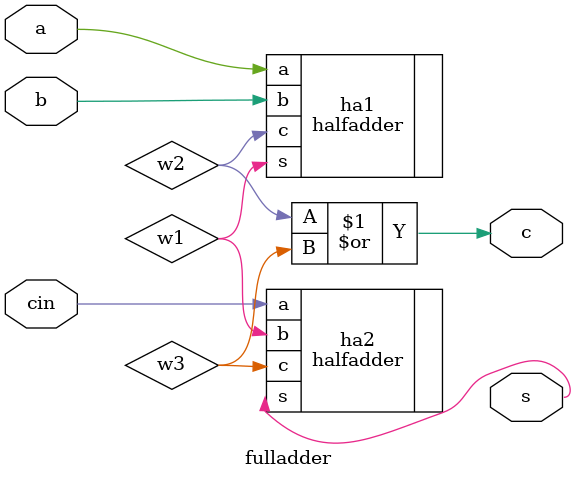
<source format=sv>
`timescale 1ns / 1ps


module fulladder(

input logic a,
input logic b,
input logic cin,
output logic c,
output logic s

);
logic w1 ,w2,w3;

// using my previous half adder
halfadder ha1(.a(a),.b(b),.s(w1),.c(w2));
halfadder ha2(.a(cin),.b(w1),.s(s),.c(w3));//sum out is evaluted here
or carry(c,w2,w3 );//carry out is evaluated here

endmodule
</source>
